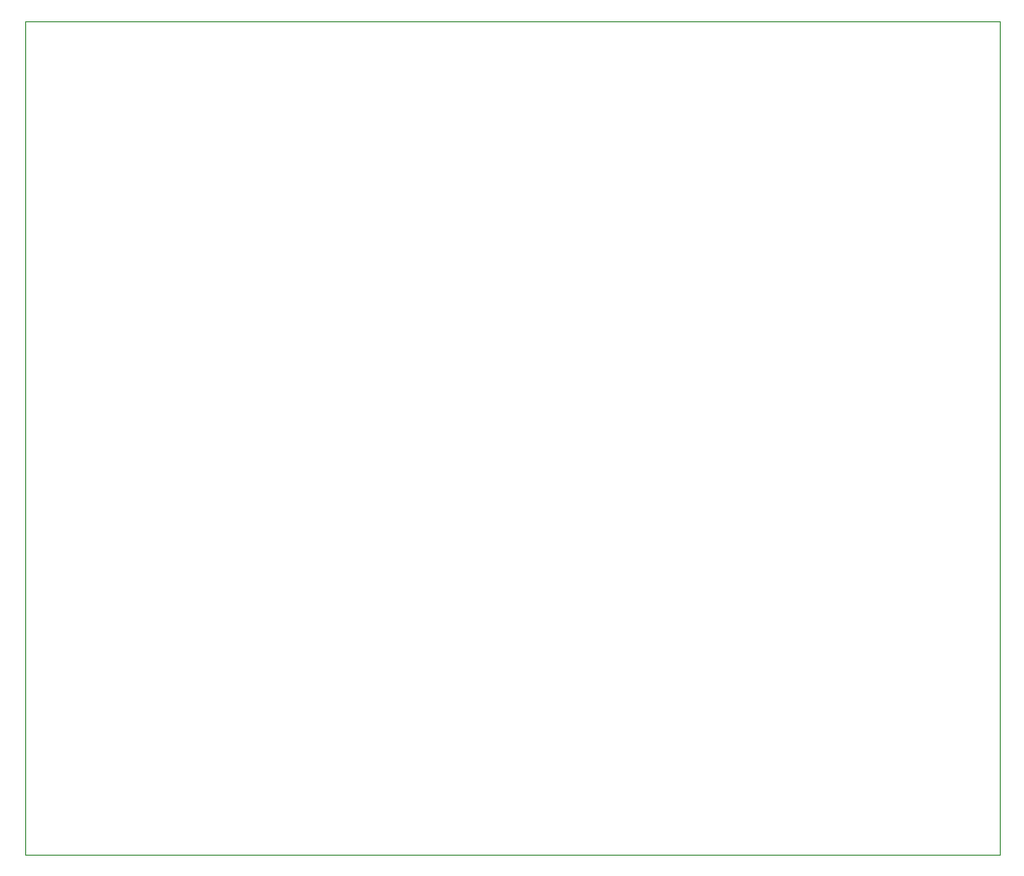
<source format=gbr>
%TF.GenerationSoftware,KiCad,Pcbnew,8.0.4*%
%TF.CreationDate,2025-02-12T17:53:25-08:00*%
%TF.ProjectId,wien_bridge_oscillator,7769656e-5f62-4726-9964-67655f6f7363,rev?*%
%TF.SameCoordinates,Original*%
%TF.FileFunction,Profile,NP*%
%FSLAX46Y46*%
G04 Gerber Fmt 4.6, Leading zero omitted, Abs format (unit mm)*
G04 Created by KiCad (PCBNEW 8.0.4) date 2025-02-12 17:53:25*
%MOMM*%
%LPD*%
G01*
G04 APERTURE LIST*
%TA.AperFunction,Profile*%
%ADD10C,0.100000*%
%TD*%
G04 APERTURE END LIST*
D10*
X105791000Y-55562500D02*
X190881000Y-55562500D01*
X190881000Y-128333500D01*
X105791000Y-128333500D01*
X105791000Y-55562500D01*
M02*

</source>
